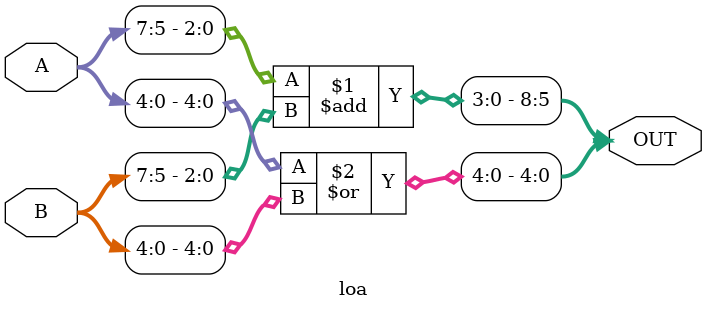
<source format=v>
module loa #(
    parameter BIT_WIDTH=8,
    parameter K=5
    )(

  input    [BIT_WIDTH-1:0] A,B,
    output   [BIT_WIDTH:0] OUT
);
  generate
    if (K == 0) begin
      assign OUT = A + B;
    end else begin
      assign OUT[BIT_WIDTH:K] = A[BIT_WIDTH-1:K] + B[BIT_WIDTH-1:K];
      assign OUT[K-1:0] = A[K-1:0] | B[K-1:0];
    end
  endgenerate
endmodule

</source>
